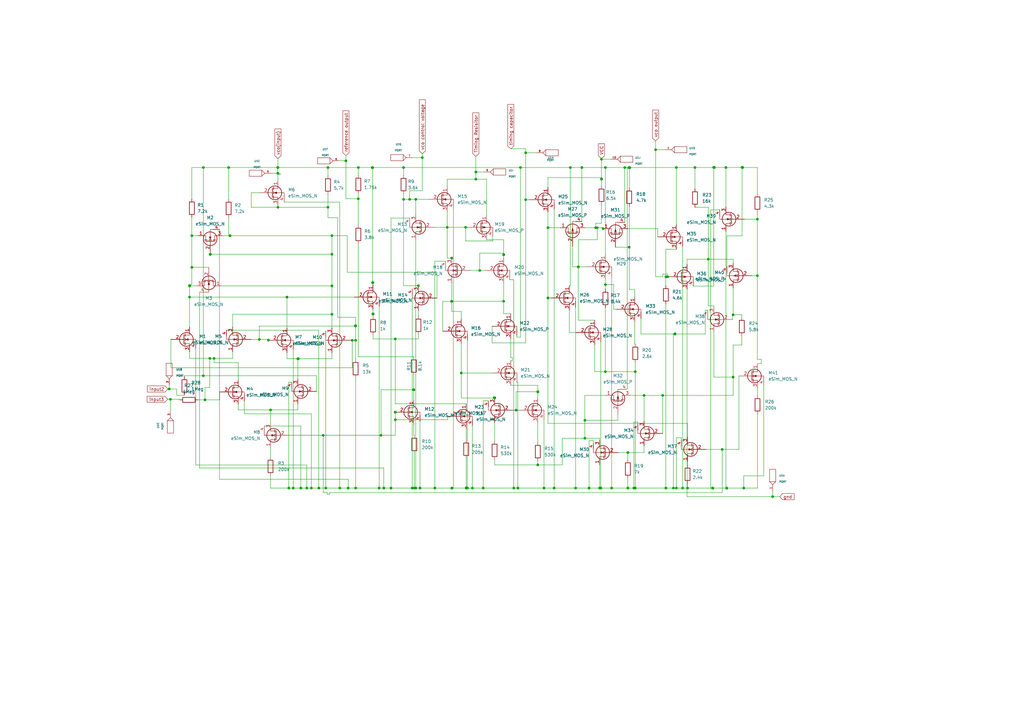
<source format=kicad_sch>
(kicad_sch (version 20211123) (generator eeschema)
  (paper "A3")
  (junction (at 248.3104 116.713))
  (junction (at 246.4308 200.1774))
  (junction (at 211.6836 168.2242))
  (junction (at 215.5952 81.915))
  (junction (at 304.3428 68.6562))
  (junction (at 145.8468 200.1774))
  (junction (at 239.8776 179.7558))
  (junction (at 173.228 64.643))
  (junction (at 305.054 200.1774))
  (junction (at 87.7824 146.9898))
  (junction (at 169.0624 200.1774))
  (junction (at 292.3032 200.1774))
  (junction (at 298.0436 200.1774))
  (junction (at 146.9644 68.707))
  (junction (at 258.2672 68.7578))
  (junction (at 122.174 147.1422))
  (junction (at 220.6244 160.7058))
  (junction (at 224.7392 93.3958))
  (junction (at 136.144 104.267))
  (junction (at 169.926 200.1774))
  (junction (at 258.0132 68.7578))
  (junction (at 244.9576 93.3958))
  (junction (at 227.2792 200.1774))
  (junction (at 189.1792 152.9842))
  (junction (at 113.9952 68.707))
  (junction (at 78.6892 109.6518))
  (junction (at 78.6892 96.647))
  (junction (at 160.3756 200.1774))
  (junction (at 170.5356 81.7626))
  (junction (at 212.3948 200.1774))
  (junction (at 165.5064 81.7626))
  (junction (at 130.7592 200.1774))
  (junction (at 152.8064 68.7578))
  (junction (at 185.3184 200.1774))
  (junction (at 260.5532 200.1774))
  (junction (at 162.1028 169.037))
  (junction (at 191.262 200.1266))
  (junction (at 236.0676 200.1774))
  (junction (at 247.3452 93.7514))
  (junction (at 167.9956 81.7626))
  (junction (at 86.2076 104.267))
  (junction (at 145.8468 133.6294))
  (junction (at 300.6852 129.1082))
  (junction (at 281.9908 200.1774))
  (junction (at 316.8904 203.6826))
  (junction (at 152.7556 68.707))
  (junction (at 195.1736 73.4822))
  (junction (at 239.8776 172.3898))
  (junction (at 86.2584 104.267))
  (junction (at 69.9008 163.7538))
  (junction (at 77.7748 117.2718))
  (junction (at 304.546 68.6562))
  (junction (at 145.8468 139.573))
  (junction (at 145.796 133.6294))
  (junction (at 271.78 162.179))
  (junction (at 152.7556 68.7578))
  (junction (at 185.3184 200.2282))
  (junction (at 292.9636 68.6562))
  (junction (at 110.9472 168.1226))
  (junction (at 248.3104 152.4254))
  (junction (at 233.934 68.707))
  (junction (at 296.2148 184.3278))
  (junction (at 155.4988 200.1774))
  (junction (at 259.9944 200.1774))
  (junction (at 113.9444 71.0438))
  (junction (at 258.064 68.7578))
  (junction (at 276.8092 136.9314))
  (junction (at 257.5052 200.1774))
  (junction (at 170.5356 200.1774))
  (junction (at 152.8064 115.9002))
  (junction (at 132.5372 178.5366))
  (junction (at 133.604 200.1774))
  (junction (at 276.1996 200.1774))
  (junction (at 310.642 89.8906))
  (junction (at 206.5528 123.571))
  (junction (at 220.5736 160.7058))
  (junction (at 244.2972 93.3958))
  (junction (at 153.0096 128.7526))
  (junction (at 106.3752 139.2174))
  (junction (at 241.6048 200.1774))
  (junction (at 256.2352 68.707))
  (junction (at 169.672 159.8422))
  (junction (at 277.4188 68.707))
  (junction (at 122.2756 147.1422))
  (junction (at 136.144 96.647))
  (junction (at 258.064 101.3714))
  (junction (at 246.7356 73.4314))
  (junction (at 120.2436 200.1774))
  (junction (at 169.7228 159.8422))
  (junction (at 210.7184 200.1774))
  (junction (at 237.1852 109.4486))
  (junction (at 146.9644 81.5086))
  (junction (at 190.9572 93.2434))
  (junction (at 198.1708 200.1774))
  (junction (at 248.3104 68.707))
  (junction (at 215.5952 62.6618))
  (junction (at 136.144 117.2718))
  (junction (at 285.0388 68.707))
  (junction (at 125.8316 200.1774))
  (junction (at 237.236 109.4486))
  (junction (at 142.7988 200.1774))
  (junction (at 86.2076 104.3686))
  (junction (at 152.9588 115.9002))
  (junction (at 223.1136 200.1774))
  (junction (at 310.642 113.0554))
  (junction (at 245.9228 200.1774))
  (junction (at 273.1008 113.5126))
  (junction (at 162.1536 169.0878))
  (junction (at 279.9588 200.1774))
  (junction (at 300.6852 154.6606))
  (junction (at 183.4388 93.2434))
  (junction (at 178.3588 200.1774))
  (junction (at 127.7112 200.1774))
  (junction (at 246.6848 65.3034))
  (junction (at 86.0552 146.9898))
  (junction (at 94.3356 96.647))
  (junction (at 273.812 113.5126))
  (junction (at 185.2676 105.8418))
  (junction (at 123.3932 200.1774))
  (junction (at 94.3356 96.6978))
  (junction (at 268.8844 61.3918))
  (junction (at 290.5252 106.299))
  (junction (at 260.5532 152.4254))
  (junction (at 206.6036 104.4702))
  (junction (at 246.6848 73.4314))
  (junction (at 110.0836 139.5222))
  (junction (at 185.2168 123.571))
  (junction (at 191.2112 200.1266))
  (junction (at 238.6584 68.707))
  (junction (at 171.6024 117.1702))
  (junction (at 113.9952 85.0138))
  (junction (at 196.7484 110.9218))
  (junction (at 292.3032 200.2282))
  (junction (at 134.5184 68.707))
  (junction (at 277.4188 200.1774))
  (junction (at 162.1028 139.0142))
  (junction (at 202.8444 163.2458))
  (junction (at 191.262 200.1774))
  (junction (at 77.7748 117.1194))
  (junction (at 169.672 159.893))
  (junction (at 292.7096 68.6562))
  (junction (at 191.7192 200.1774))
  (junction (at 77.724 117.1194))
  (junction (at 276.8092 136.9822))
  (junction (at 297.7388 68.707))
  (junction (at 250.8504 200.1774))
  (junction (at 202.8444 163.0934))
  (junction (at 202.7428 163.0934))
  (junction (at 162.1536 172.1358))
  (junction (at 195.1736 70.5358))
  (junction (at 136.144 128.905))
  (junction (at 172.2628 200.1774))
  (junction (at 220.5736 190.6778))
  (junction (at 83.4136 154.1018))
  (junction (at 304.546 68.707))
  (junction (at 213.4616 68.707))
  (junction (at 139.3444 200.1774))
  (junction (at 144.4752 139.573))
  (junction (at 224.7392 122.1994))
  (junction (at 134.5184 85.0138))
  (junction (at 273.1008 200.1774))
  (junction (at 165.5064 68.707))
  (junction (at 84.074 164.0078))
  (junction (at 264.16 162.179))
  (junction (at 113.9444 68.707))
  (junction (at 156.2608 178.5366))
  (junction (at 69.3928 159.5374))
  (junction (at 93.7768 68.707))
  (junction (at 206.5528 104.4702))
  (junction (at 257.5052 185.5978))
  (junction (at 152.9588 128.7526))
  (junction (at 258.0132 68.707))
  (junction (at 193.7512 200.1774))
  (junction (at 157.4292 200.1774))
  (junction (at 202.8444 163.1442))
  (junction (at 185.2676 123.6218))
  (junction (at 122.2756 147.0914))
  (junction (at 77.724 121.8438))
  (junction (at 117.7036 121.8438))
  (junction (at 83.4136 68.707))
  (junction (at 141.8844 65.9638))
  (junction (at 292.9636 68.707))
  (junction (at 298.0436 200.2282))
  (junction (at 118.4656 200.1774))
  (junction (at 145.796 133.731))
  (wire (pts (xy 136.144 117.2718) (xy 136.144 128.905)))
  (wire (pts (xy 169.7228 153.9494) (xy 169.7228 159.8422)))
  (wire (pts (xy 134.1628 202.6666) (xy 135.2804 202.6666)))
  (wire (pts (xy 300.4312 131.0386) (xy 300.4312 129.1082)))
  (wire (pts (xy 281.7876 203.6826) (xy 316.8904 203.6826)))
  (wire (pts (xy 134.5184 85.0138) (xy 134.5184 89.281)))
  (wire (pts (xy 295.1988 86.0806) (xy 291.4904 86.0806)))
  (wire (pts (xy 146.9644 68.707) (xy 152.7556 68.707)))
  (wire (pts (xy 258.064 68.7578) (xy 258.0132 68.7578)))
  (wire (pts (xy 77.7748 117.1194) (xy 77.724 117.1194)))
  (wire (pts (xy 239.8776 172.3898) (xy 239.8776 179.7558)))
  (wire (pts (xy 243.8908 131.2926) (xy 237.1852 131.2926)))
  (wire (pts (xy 142.7988 200.1774) (xy 145.8468 200.1774)))
  (wire (pts (xy 233.5276 127.2794) (xy 233.5276 136.3726)))
  (wire (pts (xy 273.1008 113.5126) (xy 273.1008 117.1194)))
  (wire (pts (xy 272.8468 61.3918) (xy 268.8844 61.3918)))
  (wire (pts (xy 291.4904 86.0806) (xy 291.4904 200.2282)))
  (wire (pts (xy 122.2756 147.1422) (xy 122.2756 147.0914)))
  (wire (pts (xy 170.5356 98.3234) (xy 170.5356 200.1774)))
  (wire (pts (xy 157.4292 200.1774) (xy 160.3756 200.1774)))
  (wire (pts (xy 291.4904 200.2282) (xy 292.3032 200.2282)))
  (wire (pts (xy 167.9956 89.4334) (xy 160.3756 89.4334)))
  (wire (pts (xy 191.7192 200.1774) (xy 193.7512 200.1774)))
  (wire (pts (xy 260.5532 148.717) (xy 260.5532 152.4254)))
  (wire (pts (xy 146.9644 99.949) (xy 146.9644 146.3294)))
  (wire (pts (xy 156.2608 159.893) (xy 169.672 159.893)))
  (wire (pts (xy 257.5052 196.1642) (xy 257.5052 200.1774)))
  (wire (pts (xy 195.1736 73.4822) (xy 199.5424 73.4822)))
  (wire (pts (xy 183.5912 172.1358) (xy 162.1536 172.1358)))
  (wire (pts (xy 310.642 113.0554) (xy 310.642 147.3962)))
  (wire (pts (xy 69.9008 163.7538) (xy 73.66 163.7538)))
  (wire (pts (xy 210.1596 146.6342) (xy 210.1596 147.9042)))
  (wire (pts (xy 198.1708 164.4142) (xy 198.1708 200.1774)))
  (wire (pts (xy 90.0176 196.5706) (xy 142.7988 196.5706)))
  (wire (pts (xy 141.8844 65.9638) (xy 141.8844 81.5086)))
  (wire (pts (xy 300.6852 141.5034) (xy 300.6852 154.6606)))
  (wire (pts (xy 248.3612 162.179) (xy 239.8776 162.179)))
  (wire (pts (xy 206.5528 116.0018) (xy 206.5528 123.571)))
  (wire (pts (xy 243.8908 141.4526) (xy 243.8908 152.4254)))
  (wire (pts (xy 142.3924 96.647) (xy 142.3924 111.633)))
  (wire (pts (xy 209.4992 158.0642) (xy 220.6244 158.0642)))
  (wire (pts (xy 246.4308 140.1826) (xy 246.4308 200.1774)))
  (wire (pts (xy 273.1008 113.5126) (xy 273.812 113.5126)))
  (wire (pts (xy 202.8444 188.5442) (xy 202.8444 190.6778)))
  (wire (pts (xy 262.89 130.6322) (xy 262.89 136.9822)))
  (wire (pts (xy 132.5372 178.5366) (xy 156.2608 178.5366)))
  (wire (pts (xy 296.2148 184.3278) (xy 303.0728 184.3278)))
  (wire (pts (xy 80.264 143.0274) (xy 80.264 190.7286)))
  (wire (pts (xy 165.5064 68.707) (xy 213.4616 68.707)))
  (wire (pts (xy 281.9908 200.1774) (xy 292.3032 200.1774)))
  (wire (pts (xy 213.4616 68.707) (xy 233.934 68.707)))
  (wire (pts (xy 173.228 63.0174) (xy 173.228 64.643)))
  (wire (pts (xy 136.144 128.905) (xy 136.144 134.493)))
  (wire (pts (xy 160.3756 200.1774) (xy 169.0624 200.1774)))
  (wire (pts (xy 190.9572 98.8314) (xy 190.9572 93.2434)))
  (wire (pts (xy 152.7556 68.707) (xy 165.5064 68.707)))
  (wire (pts (xy 276.1996 136.9314) (xy 276.8092 136.9314)))
  (wire (pts (xy 259.9944 173.101) (xy 259.9944 200.1774)))
  (wire (pts (xy 308.3052 113.0554) (xy 310.642 113.0554)))
  (wire (pts (xy 189.1792 140.8938) (xy 189.1792 152.9842)))
  (wire (pts (xy 304.2412 137.7442) (xy 304.2412 141.5034)))
  (wire (pts (xy 285.0388 77.3938) (xy 285.0388 68.707)))
  (wire (pts (xy 68.834 159.5374) (xy 69.3928 159.5374)))
  (wire (pts (xy 276.8092 136.9314) (xy 276.8092 136.9822)))
  (wire (pts (xy 69.3928 159.5374) (xy 72.4408 159.5374)))
  (wire (pts (xy 201.8284 140.6398) (xy 215.5952 140.6398)))
  (wire (pts (xy 199.5424 73.4822) (xy 199.5424 88.1634)))
  (wire (pts (xy 201.8792 152.9842) (xy 189.1792 152.9842)))
  (wire (pts (xy 209.4484 138.8618) (xy 209.4484 146.6342)))
  (wire (pts (xy 196.7484 103.8098) (xy 206.6036 103.8098)))
  (wire (pts (xy 183.4388 93.2434) (xy 190.9572 93.2434)))
  (wire (pts (xy 85.6488 109.6518) (xy 78.6892 109.6518)))
  (wire (pts (xy 210.4644 168.2242) (xy 211.6836 168.2242)))
  (wire (pts (xy 86.2584 104.267) (xy 86.2076 104.267)))
  (wire (pts (xy 224.7392 93.3958) (xy 224.7392 122.1994)))
  (wire (pts (xy 83.4136 68.707) (xy 93.7768 68.707)))
  (wire (pts (xy 162.1536 169.037) (xy 162.1028 169.037)))
  (wire (pts (xy 77.7748 117.2718) (xy 77.7748 117.1194)))
  (wire (pts (xy 191.2112 188.0362) (xy 191.2112 200.1266)))
  (wire (pts (xy 152.9588 126.9238) (xy 152.9588 128.7526)))
  (wire (pts (xy 246.6848 83.8962) (xy 246.6848 91.567)))
  (wire (pts (xy 118.4656 200.1774) (xy 120.2436 200.1774)))
  (wire (pts (xy 167.9956 81.7626) (xy 170.5356 81.7626)))
  (wire (pts (xy 310.642 89.8906) (xy 310.642 113.0554)))
  (wire (pts (xy 253.4412 169.799) (xy 253.4412 172.3898)))
  (wire (pts (xy 304.546 68.707) (xy 310.642 68.707)))
  (wire (pts (xy 145.796 133.6294) (xy 145.8468 133.6294)))
  (wire (pts (xy 206.5528 98.3234) (xy 206.5528 104.4702)))
  (wire (pts (xy 210.1596 147.9042) (xy 209.4992 147.9042)))
  (wire (pts (xy 212.0392 156.7942) (xy 212.3948 156.7942)))
  (wire (pts (xy 230.632 179.7558) (xy 239.8776 179.7558)))
  (wire (pts (xy 298.0436 200.2282) (xy 298.0436 200.1774)))
  (wire (pts (xy 264.16 162.179) (xy 271.78 162.179)))
  (wire (pts (xy 87.7824 146.9898) (xy 95.4024 146.9898)))
  (wire (pts (xy 165.5064 81.7626) (xy 167.9956 81.7626)))
  (wire (pts (xy 261.62 173.101) (xy 259.9944 173.101)))
  (wire (pts (xy 271.78 162.179) (xy 300.6852 162.179)))
  (wire (pts (xy 300.6852 107.9754) (xy 300.6852 106.299)))
  (wire (pts (xy 95.4024 134.1374) (xy 95.4024 128.905)))
  (wire (pts (xy 279.4508 179.5526) (xy 277.4188 179.5526)))
  (wire (pts (xy 224.7392 173.6598) (xy 281.9908 173.6598)))
  (wire (pts (xy 316.8904 201.3966) (xy 316.8904 203.6826)))
  (wire (pts (xy 157.4292 191.9478) (xy 157.4292 200.1774)))
  (wire (pts (xy 223.1136 200.1774) (xy 227.2792 200.1774)))
  (wire (pts (xy 239.8776 172.3898) (xy 253.4412 172.3898)))
  (wire (pts (xy 313.2328 158.0134) (xy 313.2328 195.199)))
  (wire (pts (xy 171.6024 117.1702) (xy 171.6532 117.1702)))
  (wire (pts (xy 113.9444 68.707) (xy 113.9444 71.0438)))
  (wire (pts (xy 113.9952 64.9986) (xy 113.9952 68.707)))
  (wire (pts (xy 116.5352 82.8802) (xy 139.3444 82.8802)))
  (wire (pts (xy 279.9588 200.1774) (xy 281.9908 200.1774)))
  (wire (pts (xy 316.8904 203.6826) (xy 319.8368 203.6826)))
  (wire (pts (xy 138.4808 89.281) (xy 138.4808 130.1242)))
  (wire (pts (xy 279.9588 100.965) (xy 279.9588 200.1774)))
  (wire (pts (xy 167.9956 78.2066) (xy 167.9956 81.7626)))
  (wire (pts (xy 169.0624 200.1774) (xy 169.926 200.1774)))
  (wire (pts (xy 103.0732 79.0702) (xy 103.0732 85.0138)))
  (wire (pts (xy 246.6848 91.567) (xy 244.2972 91.567)))
  (wire (pts (xy 247.3452 93.3958) (xy 247.3452 93.7514)))
  (wire (pts (xy 236.0676 126.0094) (xy 236.0676 200.1774)))
  (wire (pts (xy 185.2676 123.6218) (xy 185.2676 127.7366)))
  (wire (pts (xy 260.5532 152.4254) (xy 260.5532 200.1774)))
  (wire (pts (xy 224.7392 86.995) (xy 224.7392 93.3958)))
  (wire (pts (xy 297.7388 200.2282) (xy 298.0436 200.2282)))
  (wire (pts (xy 169.164 64.643) (xy 173.228 64.643)))
  (wire (pts (xy 248.3104 104.3686) (xy 248.3104 68.707)))
  (wire (pts (xy 233.934 117.1194) (xy 233.934 68.707)))
  (wire (pts (xy 153.0096 137.3886) (xy 153.0096 139.0142)))
  (wire (pts (xy 118.4656 156.7434) (xy 118.4656 200.1774)))
  (wire (pts (xy 113.9952 68.707) (xy 134.5184 68.707)))
  (wire (pts (xy 110.9472 183.6166) (xy 110.9472 187.4774)))
  (wire (pts (xy 220.5736 190.6778) (xy 230.632 190.6778)))
  (wire (pts (xy 259.9944 200.1774) (xy 260.5532 200.1774)))
  (wire (pts (xy 165.5064 71.9074) (xy 165.5064 68.707)))
  (wire (pts (xy 281.9908 173.6598) (xy 281.9908 179.2478)))
  (wire (pts (xy 106.3752 139.2174) (xy 110.1852 139.2174)))
  (wire (pts (xy 313.2328 195.199) (xy 305.054 195.199)))
  (wire (pts (xy 297.7388 68.707) (xy 304.546 68.707)))
  (wire (pts (xy 169.926 200.1774) (xy 170.5356 200.1774)))
  (wire (pts (xy 290.5252 125.4506) (xy 292.8112 125.4506)))
  (wire (pts (xy 165.5064 117.1702) (xy 171.6024 117.1702)))
  (wire (pts (xy 73.66 163.7538) (xy 73.66 164.0078)))
  (wire (pts (xy 277.4188 68.707) (xy 285.0388 68.707)))
  (wire (pts (xy 248.3104 126.2126) (xy 248.3104 152.4254)))
  (wire (pts (xy 169.7228 159.8422) (xy 169.7228 163.957)))
  (wire (pts (xy 202.8444 173.3042) (xy 202.8444 180.9242)))
  (wire (pts (xy 139.3444 82.8802) (xy 139.3444 200.1774)))
  (wire (pts (xy 169.7228 178.4858) (xy 169.926 178.4858)))
  (wire (pts (xy 142.7988 196.5706) (xy 142.7988 200.1774)))
  (wire (pts (xy 199.5424 98.3234) (xy 206.5528 98.3234)))
  (wire (pts (xy 86.2584 104.267) (xy 136.144 104.267)))
  (wire (pts (xy 113.9952 84.1502) (xy 113.9952 85.0138)))
  (wire (pts (xy 237.1852 131.2926) (xy 237.1852 109.4486)))
  (wire (pts (xy 217.1192 81.915) (xy 215.5952 81.915)))
  (wire (pts (xy 189.1792 163.2458) (xy 202.8444 163.2458)))
  (wire (pts (xy 196.7484 103.8098) (xy 196.7484 110.9218)))
  (wire (pts (xy 86.0552 158.9278) (xy 86.0552 146.9898)))
  (wire (pts (xy 152.8064 68.7578) (xy 152.7556 68.7578)))
  (wire (pts (xy 211.6836 168.2242) (xy 212.9536 168.2242)))
  (wire (pts (xy 152.8064 115.9002) (xy 152.9588 115.9002)))
  (wire (pts (xy 129.794 154.1018) (xy 129.794 160.5534)))
  (wire (pts (xy 134.5184 68.707) (xy 146.9644 68.707)))
  (wire (pts (xy 125.8316 200.1774) (xy 127.7112 200.1774)))
  (wire (pts (xy 209.0928 114.7318) (xy 210.7184 114.7318)))
  (wire (pts (xy 262.89 136.9822) (xy 276.8092 136.9822)))
  (wire (pts (xy 93.7768 68.707) (xy 113.9444 68.707)))
  (wire (pts (xy 136.144 96.647) (xy 142.3924 96.647)))
  (wire (pts (xy 292.3032 200.2282) (xy 292.3032 200.1774)))
  (wire (pts (xy 153.0096 139.0142) (xy 162.1028 139.0142)))
  (wire (pts (xy 77.724 116.7638) (xy 77.724 117.1194)))
  (wire (pts (xy 243.8908 152.4254) (xy 248.3104 152.4254)))
  (wire (pts (xy 135.2804 202.0062) (xy 296.2148 202.0062)))
  (wire (pts (xy 276.1996 200.1774) (xy 277.4188 200.1774)))
  (wire (pts (xy 241.6048 180.721) (xy 241.6048 200.1774)))
  (wire (pts (xy 269.7988 93.7514) (xy 269.7988 97.155)))
  (wire (pts (xy 290.5252 85.0138) (xy 290.5252 106.299)))
  (wire (pts (xy 209.4992 61.0362) (xy 215.5952 61.0362)))
  (wire (pts (xy 260.35 118.745) (xy 258.064 118.745)))
  (wire (pts (xy 86.0552 146.9898) (xy 87.7824 146.9898)))
  (wire (pts (xy 123.3932 174.7266) (xy 123.3932 200.1774)))
  (wire (pts (xy 310.6928 159.2834) (xy 310.6928 162.2298)))
  (wire (pts (xy 198.5264 70.5358) (xy 195.1736 70.5358)))
  (wire (pts (xy 310.642 68.707) (xy 310.642 79.4766)))
  (wire (pts (xy 78.6892 68.707) (xy 78.6892 81.5594)))
  (wire (pts (xy 210.7184 114.7318) (xy 210.7184 200.1774)))
  (wire (pts (xy 173.228 64.643) (xy 173.228 78.2066)))
  (wire (pts (xy 172.2628 172.847) (xy 172.2628 200.1774)))
  (wire (pts (xy 243.3828 181.7878) (xy 243.3828 180.721)))
  (wire (pts (xy 78.6892 96.647) (xy 78.6892 109.6518)))
  (wire (pts (xy 113.9444 68.707) (xy 113.9952 68.707)))
  (wire (pts (xy 68.7324 163.7538) (xy 69.9008 163.7538)))
  (wire (pts (xy 133.604 135.763) (xy 133.604 200.1774)))
  (wire (pts (xy 292.8112 125.4506) (xy 292.8112 125.9586)))
  (wire (pts (xy 312.2676 149.1234) (xy 310.6928 149.1234)))
  (wire (pts (xy 127.7112 169.7482) (xy 127.7112 200.1774)))
  (wire (pts (xy 114.8588 71.0438) (xy 113.9444 71.0438)))
  (wire (pts (xy 143.764 139.573) (xy 144.4752 139.573)))
  (wire (pts (xy 224.7392 72.8218) (xy 246.7356 72.8218)))
  (wire (pts (xy 165.5064 81.7626) (xy 165.5064 117.1702)))
  (wire (pts (xy 191.262 200.1774) (xy 191.7192 200.1774)))
  (wire (pts (xy 246.4308 200.1774) (xy 250.8504 200.1774)))
  (wire (pts (xy 97.6884 148.7678) (xy 87.7824 148.7678)))
  (wire (pts (xy 300.6852 129.1082) (xy 304.2412 129.1082)))
  (wire (pts (xy 170.5356 200.1774) (xy 172.2628 200.1774)))
  (wire (pts (xy 244.9576 98.3234) (xy 244.9576 93.3958)))
  (wire (pts (xy 209.4484 128.7018) (xy 206.5528 128.7018)))
  (wire (pts (xy 122.174 155.4734) (xy 122.174 147.1422)))
  (wire (pts (xy 200.3044 164.4142) (xy 198.1708 164.4142)))
  (wire (pts (xy 185.2676 116.0018) (xy 185.2676 123.6218)))
  (wire (pts (xy 297.7388 84.8106) (xy 297.7388 68.707)))
  (wire (pts (xy 94.3356 96.6978) (xy 94.3356 96.647)))
  (wire (pts (xy 183.4388 73.4822) (xy 195.1736 73.4822)))
  (wire (pts (xy 211.9884 138.2522) (xy 213.4616 138.2522)))
  (wire (pts (xy 258.5212 162.179) (xy 264.16 162.179)))
  (wire (pts (xy 179.2224 122.2502) (xy 179.2224 111.633)))
  (wire (pts (xy 257.5052 188.5442) (xy 257.5052 185.5978)))
  (wire (pts (xy 77.724 121.8438) (xy 77.724 134.1374)))
  (wire (pts (xy 271.78 177.7746) (xy 271.78 162.179)))
  (wire (pts (xy 165.5064 79.5274) (xy 165.5064 81.7626)))
  (wire (pts (xy 198.1708 200.1774) (xy 210.7184 200.1774)))
  (wire (pts (xy 258.064 77.089) (xy 258.064 68.7578)))
  (wire (pts (xy 289.6108 184.3278) (xy 296.2148 184.3278)))
  (wire (pts (xy 252.73 126.8222) (xy 251.6632 126.8222)))
  (wire (pts (xy 155.4988 125.6538) (xy 155.4988 200.1774)))
  (wire (pts (xy 246.7356 72.8218) (xy 246.7356 73.4314)))
  (wire (pts (xy 230.632 179.7558) (xy 230.632 190.6778)))
  (wire (pts (xy 227.2792 200.1774) (xy 236.0676 200.1774)))
  (wire (pts (xy 191.262 200.1266) (xy 191.262 200.1774)))
  (wire (pts (xy 191.7192 139.6238) (xy 191.7192 200.1774)))
  (wire (pts (xy 243.3828 180.721) (xy 241.6048 180.721)))
  (wire (pts (xy 256.2352 68.707) (xy 256.2352 91.2114)))
  (wire (pts (xy 144.4752 150.7998) (xy 144.4752 139.573)))
  (wire (pts (xy 134.5184 79.6798) (xy 134.5184 85.0138)))
  (wire (pts (xy 145.8468 200.1774) (xy 155.4988 200.1774)))
  (wire (pts (xy 268.8844 61.3918) (xy 268.8844 113.5126)))
  (wire (pts (xy 257.5052 200.1774) (xy 259.9944 200.1774)))
  (wire (pts (xy 209.4484 146.6342) (xy 210.1596 146.6342)))
  (wire (pts (xy 312.2676 147.3962) (xy 312.2676 149.1234)))
  (wire (pts (xy 136.144 147.0914) (xy 136.144 144.653)))
  (wire (pts (xy 119.634 156.7434) (xy 118.4656 156.7434)))
  (wire (pts (xy 162.1028 139.0142) (xy 162.1028 165.6334)))
  (wire (pts (xy 198.9328 110.9218) (xy 196.7484 110.9218)))
  (wire (pts (xy 246.7356 73.4314) (xy 246.6848 73.4314)))
  (wire (pts (xy 108.4072 174.7266) (xy 123.3932 174.7266)))
  (wire (pts (xy 233.5276 117.1194) (xy 233.934 117.1194)))
  (wire (pts (xy 258.0132 68.707) (xy 277.4188 68.707)))
  (wire (pts (xy 144.4752 139.573) (xy 145.8468 139.573)))
  (wire (pts (xy 211.6836 160.7058) (xy 220.5736 160.7058)))
  (wire (pts (xy 77.724 144.2974) (xy 77.724 146.9898)))
  (wire (pts (xy 303.0728 154.2034) (xy 303.0728 184.3278)))
  (wire (pts (xy 113.9952 71.6534) (xy 114.8588 71.6534)))
  (wire (pts (xy 134.5184 72.0598) (xy 134.5184 68.707)))
  (wire (pts (xy 190.9572 93.2434) (xy 191.9224 93.2434)))
  (wire (pts (xy 84.074 164.0078) (xy 90.0684 164.0078)))
  (wire (pts (xy 106.3752 133.731) (xy 145.796 133.731)))
  (wire (pts (xy 117.7036 144.6022) (xy 117.7036 147.0914)))
  (wire (pts (xy 195.1736 64.135) (xy 195.1736 70.5358)))
  (wire (pts (xy 279.4508 180.5178) (xy 279.4508 179.5526)))
  (wire (pts (xy 156.2608 178.5366) (xy 162.1536 178.5366)))
  (wire (pts (xy 251.6632 126.8222) (xy 251.6632 116.713)))
  (wire (pts (xy 185.9788 85.5726) (xy 185.9788 200.2282)))
  (wire (pts (xy 215.5952 81.915) (xy 215.5952 140.6398)))
  (wire (pts (xy 273.1008 102.235) (xy 273.1008 113.5126)))
  (wire (pts (xy 193.7512 200.1774) (xy 198.1708 200.1774)))
  (wire (pts (xy 245.9228 200.1774) (xy 246.4308 200.1774)))
  (wire (pts (xy 72.4408 162.0774) (xy 75.6412 162.0774)))
  (wire (pts (xy 94.3356 96.647) (xy 136.144 96.647)))
  (wire (pts (xy 251.6632 116.713) (xy 248.3104 116.713)))
  (wire (pts (xy 134.1628 201.9554) (xy 134.1628 202.6666)))
  (wire (pts (xy 210.7184 200.1774) (xy 212.3948 200.1774)))
  (wire (pts (xy 183.5912 170.7134) (xy 183.5912 172.1358)))
  (wire (pts (xy 136.144 104.267) (xy 136.144 117.2718)))
  (wire (pts (xy 77.724 117.1194) (xy 77.724 121.8438)))
  (wire (pts (xy 237.236 109.4486) (xy 240.6904 109.4486)))
  (wire (pts (xy 171.6024 137.2362) (xy 171.6024 139.0142)))
  (wire (pts (xy 192.8876 110.9218) (xy 196.7484 110.9218)))
  (wire (pts (xy 138.4808 130.1242) (xy 145.8468 130.1242)))
  (wire (pts (xy 234.8484 101.0158) (xy 234.8484 109.4486)))
  (wire (pts (xy 92.8624 135.4074) (xy 130.7592 135.4074)))
  (wire (pts (xy 281.7876 106.299) (xy 290.5252 106.299)))
  (wire (pts (xy 246.6848 65.3034) (xy 246.6848 73.4314)))
  (wire (pts (xy 110.9472 200.1774) (xy 118.4656 200.1774)))
  (wire (pts (xy 185.9788 200.2282) (xy 185.3184 200.2282)))
  (wire (pts (xy 80.5688 117.2718) (xy 77.7748 117.2718)))
  (wire (pts (xy 212.3948 156.7942) (xy 212.3948 200.1774)))
  (wire (pts (xy 234.8484 109.4486) (xy 237.1852 109.4486)))
  (wire (pts (xy 169.926 186.1058) (xy 169.926 200.1774)))
  (wire (pts (xy 78.6892 109.6518) (xy 78.6892 116.7638)))
  (wire (pts (xy 95.4024 128.905) (xy 136.144 128.905)))
  (wire (pts (xy 70.104 150.7998) (xy 144.4752 150.7998)))
  (wire (pts (xy 281.7876 108.4326) (xy 281.7876 106.299)))
  (wire (pts (xy 110.1852 139.2174) (xy 110.1852 139.5222)))
  (wire (pts (xy 183.4388 76.6826) (xy 183.4388 73.4822)))
  (wire (pts (xy 290.5252 106.299) (xy 300.6852 106.299)))
  (wire (pts (xy 304.3428 96.7486) (xy 304.3428 68.6562)))
  (wire (pts (xy 273.812 113.5126) (xy 274.1676 113.5126)))
  (wire (pts (xy 133.604 200.1774) (xy 139.3444 200.1774)))
  (wire (pts (xy 193.7512 174.5234) (xy 193.7512 200.1774)))
  (wire (pts (xy 111.1504 71.0438) (xy 113.9444 71.0438)))
  (wire (pts (xy 246.6848 73.4314) (xy 246.6848 76.2762)))
  (wire (pts (xy 141.8844 63.7794) (xy 141.8844 65.9638)))
  (wire (pts (xy 189.1792 127.7366) (xy 185.2676 127.7366)))
  (wire (pts (xy 93.7768 89.281) (xy 93.7768 96.6978)))
  (wire (pts (xy 122.2756 147.0914) (xy 136.144 147.0914)))
  (wire (pts (xy 93.7768 68.707) (xy 93.7768 81.661)))
  (wire (pts (xy 250.8504 200.1774) (xy 257.5052 200.1774)))
  (wire (pts (xy 86.2076 104.267) (xy 86.2076 104.3686)))
  (wire (pts (xy 145.796 133.731) (xy 145.796 133.6294)))
  (wire (pts (xy 277.4188 102.235) (xy 273.1008 102.235)))
  (wire (pts (xy 97.6884 155.6766) (xy 97.6884 148.7678)))
  (wire (pts (xy 202.8444 190.6778) (xy 220.5736 190.6778)))
  (wire (pts (xy 206.5528 123.571) (xy 185.2168 123.571)))
  (wire (pts (xy 257.5052 93.7514) (xy 269.7988 93.7514)))
  (wire (pts (xy 185.2676 105.8418) (xy 185.3184 105.8418)))
  (wire (pts (xy 304.2412 129.1082) (xy 304.2412 130.1242)))
  (wire (pts (xy 146.9644 71.8058) (xy 146.9644 68.707)))
  (wire (pts (xy 213.4616 138.2522) (xy 213.4616 68.707)))
  (wire (pts (xy 106.3752 79.0702) (xy 103.0732 79.0702)))
  (wire (pts (xy 304.2412 141.5034) (xy 300.6852 141.5034)))
  (wire (pts (xy 202.7428 163.0934) (xy 202.8444 163.0934)))
  (wire (pts (xy 110.1852 139.5222) (xy 110.0836 139.5222)))
  (wire (pts (xy 300.6852 154.6606) (xy 300.6852 162.179)))
  (wire (pts (xy 290.5252 106.299) (xy 290.5252 125.4506)))
  (wire (pts (xy 189.1792 130.7338) (xy 189.1792 127.7366)))
  (wire (pts (xy 191.2112 175.7934) (xy 191.2112 180.4162)))
  (wire (pts (xy 202.8444 163.2458) (xy 202.8444 163.1442)))
  (wire (pts (xy 215.5952 61.0362) (xy 215.5952 62.6618)))
  (wire (pts (xy 145.8468 155.0162) (xy 145.8468 200.1774)))
  (wire (pts (xy 183.4388 93.2434) (xy 183.4388 105.8418)))
  (wire (pts (xy 277.4188 92.075) (xy 277.4188 68.707)))
  (wire (pts (xy 152.8064 115.9002) (xy 152.8064 68.7578)))
  (wire (pts (xy 135.2804 202.6666) (xy 135.2804 202.0062)))
  (wire (pts (xy 75.6412 154.1018) (xy 83.4136 154.1018)))
  (wire (pts (xy 253.5428 185.5978) (xy 257.5052 185.5978)))
  (wire (pts (xy 257.5052 185.5978) (xy 264.16 185.5978)))
  (wire (pts (xy 268.8844 113.5126) (xy 271.8816 113.5126)))
  (wire (pts (xy 258.064 68.7578) (xy 258.2672 68.7578)))
  (wire (pts (xy 298.1452 109.2454) (xy 298.1452 96.7486)))
  (wire (pts (xy 120.2436 200.1774) (xy 123.3932 200.1774)))
  (wire (pts (xy 211.9884 137.5918) (xy 211.9884 138.2522)))
  (wire (pts (xy 224.7392 76.835) (xy 224.7392 72.8218)))
  (wire (pts (xy 220.5736 173.3042) (xy 220.5736 181.4322)))
  (wire (pts (xy 95.4024 146.9898) (xy 95.4024 144.2974)))
  (wire (pts (xy 215.5952 62.6618) (xy 215.5952 81.915)))
  (wire (pts (xy 305.3588 89.8906) (xy 310.642 89.8906)))
  (wire (pts (xy 160.3756 89.4334) (xy 160.3756 200.1774)))
  (wire (pts (xy 90.7288 117.2718) (xy 136.144 117.2718)))
  (wire (pts (xy 310.6928 169.8498) (xy 310.6928 200.1774)))
  (wire (pts (xy 145.8468 130.1242) (xy 145.8468 133.6294)))
  (wire (pts (xy 281.9908 189.4078) (xy 281.9908 190.7286)))
  (wire (pts (xy 171.6024 127.3302) (xy 171.6024 129.6162)))
  (wire (pts (xy 172.2628 200.1774) (xy 178.3588 200.1774)))
  (wire (pts (xy 273.1008 124.7394) (xy 273.1008 200.1774)))
  (wire (pts (xy 271.8816 112.395) (xy 273.812 112.395)))
  (wire (pts (xy 292.8112 136.1186) (xy 292.8112 154.6606)))
  (wire (pts (xy 122.174 168.1226) (xy 122.174 165.6334)))
  (wire (pts (xy 297.7388 94.9706) (xy 297.7388 200.2282)))
  (wire (pts (xy 248.3104 116.713) (xy 248.3104 118.5926)))
  (wire (pts (xy 268.8844 57.785) (xy 268.8844 61.3918)))
  (wire (pts (xy 170.5356 88.1634) (xy 170.5356 81.7626)))
  (wire (pts (xy 247.3452 93.7514) (xy 247.3452 93.8022)))
  (wire (pts (xy 170.5356 81.7626) (xy 175.8188 81.7626)))
  (wire (pts (xy 305.054 200.1774) (xy 310.6928 200.1774)))
  (wire (pts (xy 72.4408 159.5374) (xy 72.4408 162.0774)))
  (wire (pts (xy 117.7036 134.4422) (xy 117.7036 121.8438)))
  (wire (pts (xy 227.2792 85.725) (xy 227.2792 200.1774)))
  (wire (pts (xy 220.6244 158.0642) (xy 220.6244 160.7058)))
  (wire (pts (xy 250.8504 113.2586) (xy 250.8504 200.1774)))
  (wire (pts (xy 206.5528 104.4702) (xy 206.5528 105.8418)))
  (wire (pts (xy 84.074 164.0078) (xy 84.074 158.9278)))
  (wire (pts (xy 77.724 146.9898) (xy 86.0552 146.9898)))
  (wire (pts (xy 276.1996 136.9314) (xy 276.1996 200.1774)))
  (wire (pts (xy 195.1736 70.5358) (xy 195.1736 73.4822)))
  (wire (pts (xy 132.5372 201.9554) (xy 134.1628 201.9554)))
  (wire (pts (xy 153.0096 128.7526) (xy 153.0096 129.7686)))
  (wire (pts (xy 97.6884 168.1226) (xy 110.9472 168.1226)))
  (wire (pts (xy 260.35 141.097) (xy 260.5532 141.097)))
  (wire (pts (xy 146.9644 79.4258) (xy 146.9644 81.5086)))
  (wire (pts (xy 77.724 116.7638) (xy 78.6892 116.7638)))
  (wire (pts (xy 206.5528 123.571) (xy 206.5528 128.7018)))
  (wire (pts (xy 146.9644 146.3294) (xy 169.7228 146.3294)))
  (wire (pts (xy 185.3184 200.1774) (xy 191.262 200.1774)))
  (wire (pts (xy 300.6852 118.1354) (xy 300.6852 129.1082)))
  (wire (pts (xy 152.9588 116.7638) (xy 152.9588 115.9002)))
  (wire (pts (xy 220.5736 160.7058) (xy 220.6244 160.7058)))
  (wire (pts (xy 298.1452 96.7486) (xy 304.3428 96.7486)))
  (wire (pts (xy 225.9076 122.1994) (xy 224.7392 122.1994)))
  (wire (pts (xy 261.62 173.9646) (xy 261.62 173.101)))
  (wire (pts (xy 191.2112 200.1266) (xy 191.262 200.1266)))
  (wire (pts (xy 244.2972 91.567) (xy 244.2972 93.3958)))
  (wire (pts (xy 141.8844 81.5086) (xy 146.9644 81.5086)))
  (wire (pts (xy 162.1536 169.0878) (xy 162.1536 172.1358)))
  (wire (pts (xy 264.16 172.6946) (xy 264.16 162.179)))
  (wire (pts (xy 90.0684 160.7566) (xy 90.0684 164.0078)))
  (wire (pts (xy 78.6892 89.1794) (xy 78.6892 96.647)))
  (wire (pts (xy 169.0624 118.4402) (xy 169.0624 200.1774)))
  (wire (pts (xy 152.9588 128.7526) (xy 153.0096 128.7526)))
  (wire (pts (xy 246.6848 64.9986) (xy 246.6848 65.3034)))
  (wire (pts (xy 257.2512 159.639) (xy 257.2512 68.7578)))
  (wire (pts (xy 245.9228 180.5178) (xy 245.9228 179.7558)))
  (wire (pts (xy 173.228 78.2066) (xy 167.9956 78.2066)))
  (wire (pts (xy 292.3032 200.1774) (xy 298.0436 200.1774)))
  (wire (pts (xy 181.5592 135.8138) (xy 181.5592 123.6218)))
  (wire (pts (xy 284.3276 117.3226) (xy 292.7096 117.3226)))
  (wire (pts (xy 289.306 127.2286) (xy 290.2712 127.2286)))
  (wire (pts (xy 130.7592 135.4074) (xy 130.7592 200.1774)))
  (wire (pts (xy 145.8468 139.573) (xy 145.8468 147.3962)))
  (wire (pts (xy 81.28 164.0078) (xy 84.074 164.0078)))
  (wire (pts (xy 162.1536 169.0878) (xy 162.1536 169.037)))
  (wire (pts (xy 114.8588 71.6534) (xy 114.8588 71.0438)))
  (wire (pts (xy 181.5592 123.6218) (xy 185.2676 123.6218)))
  (wire (pts (xy 139.3444 200.1774) (xy 142.7988 200.1774)))
  (wire (pts (xy 239.9284 93.3958) (xy 244.2972 93.3958)))
  (wire (pts (xy 138.4808 89.281) (xy 134.5184 89.281)))
  (wire (pts (xy 83.4136 154.1018) (xy 129.794 154.1018)))
  (wire (pts (xy 103.0732 85.0138) (xy 113.9952 85.0138)))
  (wire (pts (xy 178.1556 93.2434) (xy 183.4388 93.2434)))
  (wire (pts (xy 237.1852 109.4486) (xy 237.236 109.4486)))
  (wire (pts (xy 238.6584 68.707) (xy 248.3104 68.707)))
  (wire (pts (xy 162.1028 139.0142) (xy 171.6024 139.0142)))
  (wire (pts (xy 237.236 109.4486) (xy 237.236 98.3234)))
  (wire (pts (xy 169.672 159.8422) (xy 169.7228 159.8422)))
  (wire (pts (xy 244.9576 93.3958) (xy 247.3452 93.3958)))
  (wire (pts (xy 257.2512 68.7578) (xy 258.0132 68.7578)))
  (wire (pts (xy 156.2608 178.5366) (xy 156.2608 159.893)))
  (wire (pts (xy 152.7556 68.7578) (xy 152.7556 68.707)))
  (wire (pts (xy 223.1136 172.0342) (xy 223.1136 200.1774)))
  (wire (pts (xy 183.4388 86.8426) (xy 183.4388 93.2434)))
  (wire (pts (xy 123.3932 200.1774) (xy 125.8316 200.1774)))
  (wire (pts (xy 162.1536 172.1358) (xy 162.1536 178.5366)))
  (wire (pts (xy 142.3924 111.633) (xy 179.2224 111.633)))
  (wire (pts (xy 248.3104 68.707) (xy 256.2352 68.707)))
  (wire (pts (xy 285.0388 85.0138) (xy 290.5252 85.0138)))
  (wire (pts (xy 310.642 87.0966) (xy 310.642 89.8906)))
  (wire (pts (xy 93.7768 96.6978) (xy 94.3356 96.6978)))
  (wire (pts (xy 182.7276 107.1118) (xy 178.3588 107.1118)))
  (wire (pts (xy 91.2876 96.647) (xy 94.3356 96.647)))
  (wire (pts (xy 248.3104 114.5286) (xy 248.3104 116.713)))
  (wire (pts (xy 120.2436 143.3322) (xy 120.2436 200.1774)))
  (wire (pts (xy 136.144 96.647) (xy 136.144 104.267)))
  (wire (pts (xy 106.3752 139.2174) (xy 106.3752 133.731)))
  (wire (pts (xy 185.3184 200.2282) (xy 185.3184 200.1774)))
  (wire (pts (xy 127.7112 200.1774) (xy 130.7592 200.1774)))
  (wire (pts (xy 117.7036 147.0914) (xy 122.2756 147.0914)))
  (wire (pts (xy 281.9908 198.3486) (xy 281.9908 200.1774)))
  (wire (pts (xy 81.8388 119.8118) (xy 81.8388 191.9478)))
  (wire (pts (xy 189.1792 152.9842) (xy 189.1792 163.2458)))
  (wire (pts (xy 100.2284 169.7482) (xy 127.7112 169.7482)))
  (wire (pts (xy 146.9644 81.5086) (xy 146.9644 92.329)))
  (wire (pts (xy 211.6836 168.2242) (xy 211.6836 160.7058)))
  (wire (pts (xy 202.0824 97.0534) (xy 202.0824 98.8314)))
  (wire (pts (xy 206.6036 103.8098) (xy 206.6036 104.4702)))
  (wire (pts (xy 273.812 112.395) (xy 273.812 113.5126)))
  (wire (pts (xy 206.6036 104.4702) (xy 206.5528 104.4702)))
  (wire (pts (xy 245.9228 190.6778) (xy 245.9228 200.1774)))
  (wire (pts (xy 300.4312 129.1082) (xy 300.6852 129.1082)))
  (wire (pts (xy 122.174 147.1422) (xy 122.2756 147.1422)))
  (wire (pts (xy 276.8092 136.9822) (xy 289.306 136.9822)))
  (wire (pts (xy 310.642 147.3962) (xy 312.2676 147.3962)))
  (wire (pts (xy 252.4252 101.3714) (xy 258.064 101.3714)))
  (wire (pts (xy 304.3428 68.6562) (xy 304.546 68.6562)))
  (wire (pts (xy 212.3948 200.1774) (xy 223.1136 200.1774)))
  (wire (pts (xy 236.2708 136.3726) (xy 233.5276 136.3726)))
  (wire (pts (xy 178.3588 107.1118) (xy 178.3588 200.1774)))
  (wire (pts (xy 258.0132 68.7578) (xy 258.0132 68.707)))
  (wire (pts (xy 69.3928 157.9118) (xy 69.3928 159.5374)))
  (wire (pts (xy 78.6892 96.647) (xy 81.1276 96.647)))
  (wire (pts (xy 289.306 136.9822) (xy 289.306 127.2286)))
  (wire (pts (xy 83.4136 154.1018) (xy 83.4136 68.707)))
  (wire (pts (xy 201.8284 133.7818) (xy 201.8284 140.6398)))
  (wire (pts (xy 236.0676 200.1774) (xy 241.6048 200.1774)))
  (wire (pts (xy 75.6412 154.1018) (xy 75.6412 154.4574)))
  (wire (pts (xy 233.934 68.707) (xy 238.6584 68.707)))
  (wire (pts (xy 304.546 68.6562) (xy 304.546 68.707)))
  (wire (pts (xy 70.104 139.2174) (xy 70.104 150.7998)))
  (wire (pts (xy 258.064 84.709) (xy 258.064 101.3714)))
  (wire (pts (xy 132.5372 178.5366) (xy 132.5372 201.9554)))
  (wire (pts (xy 281.7876 118.5926) (xy 281.7876 203.6826)))
  (wire (pts (xy 90.0176 94.107) (xy 90.0176 196.5706)))
  (wire (pts (xy 139.1412 65.9638) (xy 141.8844 65.9638)))
  (wire (pts (xy 110.9472 168.1226) (xy 122.174 168.1226)))
  (wire (pts (xy 220.5736 189.0522) (xy 220.5736 190.6778)))
  (wire (pts (xy 277.4188 179.5526) (xy 277.4188 200.1774)))
  (wire (pts (xy 248.3104 152.4254) (xy 260.5532 152.4254)))
  (wire (pts (xy 125.8316 190.7286) (xy 125.8316 200.1774)))
  (wire (pts (xy 130.7592 200.1774) (xy 133.604 200.1774)))
  (wire (pts (xy 271.8816 113.5126) (xy 271.8816 112.395)))
  (wire (pts (xy 224.7392 122.1994) (xy 224.7392 173.6598)))
  (wire (pts (xy 239.8776 162.179) (xy 239.8776 172.3898)))
  (wire (pts (xy 260.35 121.7422) (xy 260.35 118.745)))
  (wire (pts (xy 117.7036 121.8438) (xy 145.3388 121.8438)))
  (wire (pts (xy 97.6884 165.8366) (xy 97.6884 168.1226)))
  (wire (pts (xy 87.7824 146.9898) (xy 87.7824 148.7678)))
  (wire (pts (xy 220.5736 160.7058) (xy 220.5736 163.1442)))
  (wire (pts (xy 169.7228 174.117) (xy 169.7228 178.4858)))
  (wire (pts (xy 292.7096 68.6562) (xy 292.7096 117.3226)))
  (wire (pts (xy 277.4188 200.1774) (xy 279.9588 200.1774)))
  (wire (pts (xy 84.074 158.9278) (xy 86.0552 158.9278)))
  (wire (pts (xy 292.8112 154.6606) (xy 300.6852 154.6606)))
  (wire (pts (xy 292.7096 68.6562) (xy 292.9636 68.6562)))
  (wire (pts (xy 215.5952 62.6618) (xy 220.0656 62.6618)))
  (wire (pts (xy 256.2352 68.707) (xy 258.0132 68.707)))
  (wire (pts (xy 246.6848 65.3034) (xy 250.6472 65.3034)))
  (wire (pts (xy 103.0224 139.2174) (xy 106.3752 139.2174)))
  (wire (pts (xy 260.35 131.9022) (xy 260.35 141.097)))
  (wire (pts (xy 178.3588 200.1774) (xy 185.3184 200.1774)))
  (wire (pts (xy 81.8388 191.9478) (xy 157.4292 191.9478)))
  (wire (pts (xy 202.0824 98.8314) (xy 190.9572 98.8314)))
  (wire (pts (xy 239.8776 179.7558) (xy 245.9228 179.7558)))
  (wire (pts (xy 244.2972 93.3958) (xy 244.9576 93.3958)))
  (wire (pts (xy 202.8444 163.1442) (xy 202.8444 163.0934)))
  (wire (pts (xy 292.9636 68.6562) (xy 292.9636 68.707)))
  (wire (pts (xy 78.6892 68.707) (xy 83.4136 68.707)))
  (wire (pts (xy 113.9952 85.0138) (xy 134.5184 85.0138)))
  (wire (pts (xy 110.9472 168.1226) (xy 110.9472 173.4566)))
  (wire (pts (xy 296.2148 184.3278) (xy 296.2148 202.0062)))
  (wire (pts (xy 69.9008 163.7538) (xy 69.9008 168.7322)))
  (wire (pts (xy 80.264 190.7286) (xy 125.8316 190.7286)))
  (wire (pts (xy 113.9952 73.9902) (xy 113.9952 71.6534)))
  (wire (pts (xy 145.8468 133.6294) (xy 145.8468 139.573)))
  (wire (pts (xy 229.7684 93.3958) (xy 224.7392 93.3958)))
  (wire (pts (xy 183.4388 105.8418) (xy 185.2676 105.8418)))
  (wire (pts (xy 169.672 159.893) (xy 169.672 159.8422)))
  (wire (pts (xy 191.2112 165.6334) (xy 162.1028 165.6334)))
  (wire (pts (xy 298.0436 200.1774) (xy 305.054 200.1774)))
  (wire (pts (xy 241.6048 200.1774) (xy 245.9228 200.1774)))
  (wire (pts (xy 292.9636 68.707) (xy 297.7388 68.707)))
  (wire (pts (xy 237.236 98.3234) (xy 244.9576 98.3234)))
  (wire (pts (xy 258.064 101.3714) (xy 258.064 118.745)))
  (wire (pts (xy 260.5532 200.1774) (xy 273.1008 200.1774)))
  (wire (pts (xy 273.1008 200.1774) (xy 276.1996 200.1774)))
  (wire (pts (xy 118.5672 178.5366) (xy 132.5372 178.5366)))
  (wire (pts (xy 285.0388 68.707) (xy 292.9636 68.707)))
  (wire (pts (xy 264.16 182.8546) (xy 264.16 185.5978)))
  (wire (pts (xy 77.724 121.8438) (xy 117.7036 121.8438)))
  (wire (pts (xy 238.6584 90.8558) (xy 238.6584 68.707)))
  (wire (pts (xy 155.4988 200.1774) (xy 157.4292 200.1774)))
  (wire (pts (xy 110.9472 195.0974) (xy 110.9472 200.1774)))
  (wire (pts (xy 305.054 195.199) (xy 305.054 200.1774)))
  (wire (pts (xy 100.2284 164.5666) (xy 100.2284 169.7482)))
  (global_label "input3" (shape input) (at 68.7324 163.7538 180) (property "Intersheet References" "${INTERSHEET_REFS}" (effects hide)))
  (global_label "reference output" (shape input) (at 141.8844 63.7794 90) (property "Intersheet References" "${INTERSHEET_REFS}" (effects hide)))
  (global_label "Timing Resisitor" (shape input) (at 195.1736 64.135 90) (property "Intersheet References" "${INTERSHEET_REFS}" (effects hide)))
  (global_label "vco control voltage " (shape input) (at 173.228 63.0174 90) (property "Intersheet References" "${INTERSHEET_REFS}" (effects hide)))
  (global_label "VCC" (shape input) (at 246.6848 64.9986 90) (property "Intersheet References" "${INTERSHEET_REFS}" (effects hide)))
  (global_label "gnd" (shape input) (at 319.8368 203.6826 0) (property "Intersheet References" "${INTERSHEET_REFS}" (effects hide)))
  (global_label "input2" (shape input) (at 68.834 159.5374 180) (property "Intersheet References" "${INTERSHEET_REFS}" (effects hide)))
  (global_label "timing capacitor" (shape input) (at 209.4992 61.0362 90) (property "Intersheet References" "${INTERSHEET_REFS}" (effects hide)))
  (global_label "vco(input)" (shape input) (at 113.9952 64.9986 90) (property "Intersheet References" "${INTERSHEET_REFS}" (effects hide)))
  (global_label "vco output" (shape input) (at 268.8844 57.785 90) (property "Intersheet References" "${INTERSHEET_REFS}" (effects hide)))
  (symbol (lib_id "eSim_Devices:resistor") (at 76.9112 159.5374 90) (unit 1)
    (property "Reference" "R28" (at 78.4352 156.9973 90) (effects (justify right)))
    (property "Value" "1Meg" (at 78.4352 159.5373 90) (effects (justify right)))
  )
  (symbol (lib_id "eSim_Devices:eSim_MOS_P") (at 253.4412 165.989 90) (unit 1)
    (property "Reference" "M32" (at 253.4412 154.1018 90))
    (property "Value" "eSim_MOS_P" (at 253.4412 156.6418 90))
  )
  (symbol (lib_id "eSim_Devices:resistor") (at 261.8232 146.177 90) (unit 1)
    (property "Reference" "R20" (at 263.2964 143.6369 90) (effects (justify right)))
    (property "Value" "2.6k" (at 263.2964 146.1769 90) (effects (justify right)))
  )
  (symbol (lib_id "eSim_Devices:eSim_MOS_N") (at 108.9152 73.9902 0) (unit 1)
    (property "Reference" "M6" (at 118.1608 77.8001 0) (effects (justify left)))
    (property "Value" "eSim_MOS_N" (at 118.1608 80.3401 0) (effects (justify left)))
  )
  (symbol (lib_id "eSim_Devices:eSim_MOS_N") (at 302.8188 94.9706 180) (unit 1)
    (property "Reference" "M39" (at 293.7256 88.6205 0) (effects (justify left)))
    (property "Value" "eSim_MOS_N" (at 293.7256 91.1605 0) (effects (justify left)))
  )
  (symbol (lib_id "eSim_Miscellaneous:PORT") (at 69.3928 151.5618 270) (unit 2)
    (property "Reference" "U1" (at 72.2884 151.5618 90) (effects (font (size 0.762 0.762)) (justify left)))
    (property "Value" "PORT" (at 72.2884 154.1018 90) (effects (font (size 0.762 0.762)) (justify left)))
  )
  (symbol (lib_id "eSim_Devices:resistor") (at 166.7764 76.9874 90) (unit 1)
    (property "Reference" "R9" (at 167.2844 74.4473 90) (effects (justify right)))
    (property "Value" "3.6k" (at 167.2844 76.9873 90) (effects (justify right)))
  )
  (symbol (lib_id "eSim_Devices:eSim_MOS_P") (at 195.7324 93.2434 0) (unit 1)
    (property "Reference" "M19" (at 202.8952 91.9733 0) (effects (justify left)))
    (property "Value" "eSim_MOS_P" (at 202.8952 94.5133 0) (effects (justify left)))
  )
  (symbol (lib_id "eSim_Devices:eSim_MOS_N") (at 186.1312 165.6334 0) (unit 1)
    (property "Reference" "M17" (at 195.326 169.4433 0) (effects (justify left)))
    (property "Value" "eSim_MOS_N" (at 195.326 171.9833 0) (effects (justify left)))
  )
  (symbol (lib_id "eSim_Devices:eSim_MOS_N") (at 228.4476 117.1194 0) (unit 1)
    (property "Reference" "M26" (at 237.744 120.9293 0) (effects (justify left)))
    (property "Value" "eSim_MOS_N" (at 237.744 123.4693 0) (effects (justify left)))
  )
  (symbol (lib_id "eSim_Devices:resistor") (at 249.5804 123.6726 90) (unit 1)
    (property "Reference" "R17" (at 250.3932 121.1325 90) (effects (justify right)))
    (property "Value" "8.4k" (at 250.3932 123.6725 90) (effects (justify right)))
  )
  (symbol (lib_id "eSim_Devices:resistor") (at 148.2344 76.8858 90) (unit 1)
    (property "Reference" "R7" (at 149.2504 74.3457 90) (effects (justify right)))
    (property "Value" "1.75k" (at 149.2504 76.8857 90) (effects (justify right)))
  )
  (symbol (lib_id "eSim_Devices:resistor") (at 309.372 82.0166 270) (unit 1)
    (property "Reference" "R25" (at 313.3344 82.0165 90) (effects (justify left)))
    (property "Value" "4.3k" (at 313.3344 84.5565 90) (effects (justify left)))
  )
  (symbol (lib_id "eSim_Devices:eSim_MOS_N") (at 201.4728 105.8418 0) (unit 1)
    (property "Reference" "M20" (at 210.9724 109.6517 0) (effects (justify left)))
    (property "Value" "eSim_MOS_N" (at 210.9724 112.1917 0) (effects (justify left)))
  )
  (symbol (lib_id "eSim_Miscellaneous:PORT") (at 132.7912 65.9638 0) (unit 6)
    (property "Reference" "U1" (at 133.4262 61.1886 0) (effects (font (size 0.762 0.762))))
    (property "Value" "PORT" (at 133.4262 63.7286 0) (effects (font (size 0.762 0.762))))
  )
  (symbol (lib_id "eSim_Miscellaneous:PORT") (at 316.8904 195.0466 270) (unit 1)
    (property "Reference" "U1" (at 319.532 195.0466 90) (effects (font (size 0.762 0.762)) (justify left)))
    (property "Value" "PORT" (at 319.532 197.5866 90) (effects (font (size 0.762 0.762)) (justify left)))
  )
  (symbol (lib_id "eSim_Devices:resistor") (at 274.3708 122.1994 90) (unit 1)
    (property "Reference" "R21" (at 275.6916 119.6593 90) (effects (justify right)))
    (property "Value" "4.6k" (at 275.6916 122.1993 90) (effects (justify right)))
  )
  (symbol (lib_id "eSim_Devices:resistor") (at 305.5112 135.2042 90) (unit 1)
    (property "Reference" "R24" (at 307.0352 132.6641 90) (effects (justify right)))
    (property "Value" "5.8k" (at 307.0352 135.2041 90) (effects (justify right)))
  )
  (symbol (lib_id "eSim_Miscellaneous:PORT") (at 279.1968 61.3918 180) (unit 4)
    (property "Reference" "U1" (at 282.6512 60.7568 0) (effects (font (size 0.762 0.762)) (justify right)))
    (property "Value" "PORT" (at 282.6512 63.2968 0) (effects (font (size 0.762 0.762)) (justify right)))
  )
  (symbol (lib_id "eSim_Devices:eSim_MOS_N") (at 184.0992 130.7338 0) (unit 1)
    (property "Reference" "M16" (at 193.1924 134.5437 0) (effects (justify left)))
    (property "Value" "eSim_MOS_N" (at 193.1924 137.0837 0) (effects (justify left)))
  )
  (symbol (lib_id "eSim_Devices:eSim_MOS_N") (at 92.6084 155.6766 0) (unit 1)
    (property "Reference" "M4" (at 100.9904 159.4865 0) (effects (justify left)))
    (property "Value" "eSim_MOS_N" (at 100.9904 162.0265 0) (effects (justify left)))
  )
  (symbol (lib_id "eSim_Devices:eSim_MOS_N") (at 141.224 144.653 180) (unit 1)
    (property "Reference" "M10" (at 132.2324 138.3029 0) (effects (justify left)))
    (property "Value" "eSim_MOS_N" (at 132.2324 140.8429 0) (effects (justify left)))
  )
  (symbol (lib_id "eSim_Devices:eSim_MOS_N") (at 269.24 182.8546 180) (unit 1)
    (property "Reference" "M34" (at 259.9436 176.5045 0) (effects (justify left)))
    (property "Value" "eSim_MOS_N" (at 259.9436 179.0445 0) (effects (justify left)))
  )
  (symbol (lib_id "eSim_Devices:eSim_MOS_P") (at 304.4952 113.0554 180) (unit 1)
    (property "Reference" "M40" (at 297.1292 111.7853 0) (effects (justify left)))
    (property "Value" "eSim_MOS_P" (at 297.1292 114.3253 0) (effects (justify left)))
  )
  (symbol (lib_id "eSim_Devices:eSim_MOS_N") (at 305.6128 149.1234 0) (unit 1)
    (property "Reference" "M41" (at 315.1124 152.9333 0) (effects (justify left)))
    (property "Value" "eSim_MOS_N" (at 315.1124 155.4733 0) (effects (justify left)))
  )
  (symbol (lib_id "eSim_Devices:eSim_MOS_N") (at 175.6156 98.3234 180) (unit 1)
    (property "Reference" "M13" (at 167.0304 91.9733 0) (effects (justify left)))
    (property "Value" "eSim_MOS_N" (at 167.0304 94.5133 0) (effects (justify left)))
  )
  (symbol (lib_id "eSim_Devices:eSim_MOS_N") (at 215.4936 163.1442 0) (unit 1)
    (property "Reference" "M24" (at 224.5868 166.9541 0) (effects (justify left)))
    (property "Value" "eSim_MOS_N" (at 224.5868 169.4941 0) (effects (justify left)))
  )
  (symbol (lib_id "eSim_Devices:eSim_MOS_N") (at 90.7288 112.1918 270) (unit 1)
    (property "Reference" "M3" (at 85.6488 122.301 90))
    (property "Value" "eSim_MOS_N" (at 85.6488 124.841 90))
  )
  (symbol (lib_id "eSim_Devices:resistor") (at 309.4228 164.7698 270) (unit 1)
    (property "Reference" "R26" (at 313.69 164.7697 90) (effects (justify left)))
    (property "Value" "200k" (at 313.69 167.3097 90) (effects (justify left)))
  )
  (symbol (lib_id "eSim_Devices:eSim_MOS_N") (at 243.2304 104.3686 0) (unit 1)
    (property "Reference" "M29" (at 252.73 108.1785 0) (effects (justify left)))
    (property "Value" "eSim_MOS_N" (at 251.5616 106.2482 0) (effects (justify left)))
  )
  (symbol (lib_id "eSim_Devices:resistor") (at 172.8724 134.6962 90) (unit 1)
    (property "Reference" "R12" (at 173.4312 132.1561 90) (effects (justify right)))
    (property "Value" "1k" (at 173.4312 134.6961 90) (effects (justify right)))
  )
  (symbol (lib_id "eSim_Devices:eSim_MOS_N") (at 272.3388 92.075 0) (unit 1)
    (property "Reference" "M35" (at 281.5844 95.8849 0) (effects (justify left)))
    (property "Value" "eSim_MOS_N" (at 281.5844 98.4249 0) (effects (justify left)))
  )
  (symbol (lib_id "eSim_Devices:eSim_MOS_P") (at 234.8484 97.2058 90) (unit 1)
    (property "Reference" "M27" (at 234.8484 85.725 90))
    (property "Value" "eSim_MOS_P" (at 234.8484 88.265 90))
  )
  (symbol (lib_id "eSim_Devices:eSim_MOS_N") (at 251.0028 190.6778 180) (unit 1)
    (property "Reference" "M30" (at 241.7064 184.3277 0) (effects (justify left)))
    (property "Value" "eSim_MOS_N" (at 241.7064 186.8677 0) (effects (justify left)))
  )
  (symbol (lib_id "eSim_Devices:eSim_MOS_N") (at 190.3476 116.0018 180) (unit 1)
    (property "Reference" "M18" (at 181.61 109.6517 0) (effects (justify left)))
    (property "Value" "eSim_MOS_N" (at 181.61 112.1917 0) (effects (justify left)))
  )
  (symbol (lib_id "eSim_Devices:eSim_MOS_N") (at 178.3588 76.6826 0) (unit 1)
    (property "Reference" "M15" (at 187.6044 80.4925 0) (effects (justify left)))
    (property "Value" "eSim_MOS_N" (at 187.6044 83.0325 0) (effects (justify left)))
  )
  (symbol (lib_id "eSim_Miscellaneous:PORT") (at 104.8004 71.0438 0) (unit 5)
    (property "Reference" "U1" (at 105.4354 66.0654 0) (effects (font (size 0.762 0.762))))
    (property "Value" "PORT" (at 105.4354 68.6054 0) (effects (font (size 0.762 0.762))))
  )
  (symbol (lib_id "eSim_Devices:eSim_MOS_N") (at 100.4824 144.2974 180) (unit 1)
    (property "Reference" "M5" (at 91.0336 137.9473 0) (effects (justify left)))
    (property "Value" "eSim_MOS_N" (at 91.0336 140.4873 0) (effects (justify left)))
  )
  (symbol (lib_id "eSim_Devices:eSim_MOS_N") (at 116.0272 183.6166 180) (unit 1)
    (property "Reference" "M8" (at 106.7816 177.2665 0) (effects (justify left)))
    (property "Value" "eSim_MOS_N" (at 106.7816 179.8065 0) (effects (justify left)))
  )
  (symbol (lib_id "eSim_Devices:eSim_MOS_N") (at 176.6824 127.3302 180) (unit 1)
    (property "Reference" "M14" (at 167.2336 120.9801 0) (effects (justify left)))
    (property "Value" "eSim_MOS_N" (at 167.2336 123.5201 0) (effects (justify left)))
  )
  (symbol (lib_id "eSim_Miscellaneous:PORT") (at 69.9008 175.0822 90) (unit 3)
    (property "Reference" "U1" (at 64.8208 174.4472 0) (effects (font (size 0.762 0.762))))
    (property "Value" "PORT" (at 66.7004 174.7774 0) (effects (font (size 0.762 0.762))))
  )
  (symbol (lib_id "eSim_Devices:eSim_MOS_N") (at 297.8912 136.1186 180) (unit 1)
    (property "Reference" "M38" (at 289.1536 129.7685 0) (effects (justify left)))
    (property "Value" "eSim_MOS_N" (at 289.1536 132.3085 0) (effects (justify left)))
  )
  (symbol (lib_id "eSim_Miscellaneous:PORT") (at 162.814 64.643 0) (unit 7)
    (property "Reference" "U1" (at 163.449 59.1566 0) (effects (font (size 0.762 0.762))))
    (property "Value" "PORT" (at 163.449 61.6966 0) (effects (font (size 0.762 0.762))))
  )
  (symbol (lib_id "eSim_Devices:eSim_MOS_N") (at 81.1276 101.727 90) (unit 1)
    (property "Reference" "M2" (at 86.2076 89.281 90))
    (property "Value" "eSim_MOS_N" (at 86.2076 91.821 90))
  )
  (symbol (lib_id "eSim_Devices:resistor") (at 221.8436 186.5122 90) (unit 1)
    (property "Reference" "R15" (at 223.2152 183.9721 90) (effects (justify right)))
    (property "Value" "530k" (at 223.2152 186.5121 90) (effects (justify right)))
  )
  (symbol (lib_id "eSim_Devices:resistor") (at 144.5768 149.9362 270) (unit 1)
    (property "Reference" "R5" (at 148.6408 149.9361 90) (effects (justify left)))
    (property "Value" "13k" (at 148.6408 152.4761 90) (effects (justify left)))
  )
  (symbol (lib_id "eSim_Devices:eSim_MOS_N") (at 255.27 121.7422 0) (unit 1)
    (property "Reference" "M33" (at 264.7696 125.5521 0) (effects (justify left)))
    (property "Value" "eSim_MOS_N" (at 264.7696 128.0921 0) (effects (justify left)))
  )
  (symbol (lib_id "eSim_Devices:resistor") (at 258.7752 193.6242 90) (unit 1)
    (property "Reference" "R19" (at 260.0452 191.0841 90) (effects (justify right)))
    (property "Value" "7k" (at 260.0452 193.6241 90) (effects (justify right)))
  )
  (symbol (lib_id "eSim_Devices:eSim_MOS_N") (at 238.8108 131.2926 0) (unit 1)
    (property "Reference" "M28" (at 247.1928 135.1025 0) (effects (justify left)))
    (property "Value" "eSim_MOS_N" (at 247.1928 137.6425 0) (effects (justify left)))
  )
  (symbol (lib_id "eSim_Devices:eSim_MOS_N") (at 204.4192 147.9042 0) (unit 1)
    (property "Reference" "M21" (at 213.5124 151.7141 0) (effects (justify left)))
    (property "Value" "eSim_MOS_N" (at 213.5124 154.2541 0) (effects (justify left)))
  )
  (symbol (lib_id "eSim_Devices:resistor") (at 283.2608 195.8086 90) (unit 1)
    (property "Reference" "R22" (at 284.0228 193.2685 90) (effects (justify right)))
    (property "Value" "2.4k" (at 284.0228 195.8085 90) (effects (justify right)))
  )
  (symbol (lib_id "eSim_Devices:resistor") (at 109.6772 190.0174 270) (unit 1)
    (property "Reference" "R3" (at 113.9444 190.0173 90) (effects (justify left)))
    (property "Value" "200k" (at 113.9444 192.5573 90) (effects (justify left)))
  )
  (symbol (lib_id "eSim_Devices:resistor") (at 154.2796 134.8486 90) (unit 1)
    (property "Reference" "R8" (at 155.7528 132.3085 90) (effects (justify right)))
    (property "Value" "1k" (at 155.7528 134.8485 90) (effects (justify right)))
  )
  (symbol (lib_id "eSim_Devices:eSim_MOS_N") (at 219.6592 76.835 0) (unit 1)
    (property "Reference" "M25" (at 228.9048 80.6449 0) (effects (justify left)))
    (property "Value" "eSim_MOS_N" (at 228.9048 83.1849 0) (effects (justify left)))
  )
  (symbol (lib_id "eSim_Miscellaneous:PORT") (at 226.4156 62.6618 180) (unit 8)
    (property "Reference" "U1" (at 225.9076 64.6938 0) (effects (font (size 0.762 0.762))))
    (property "Value" "PORT" (at 225.7806 65.7098 0) (effects (font (size 0.762 0.762))))
  )
  (symbol (lib_id "eSim_Devices:resistor") (at 135.7884 77.1398 90) (unit 1)
    (property "Reference" "R4" (at 136.8044 74.5997 90) (effects (justify right)))
    (property "Value" "5.7k" (at 136.8044 77.1397 90) (effects (justify right)))
  )
  (symbol (lib_id "eSim_Devices:eSim_MOS_N") (at 127.254 165.6334 180) (unit 1)
    (property "Reference" "M9" (at 118.4656 159.2833 0) (effects (justify left)))
    (property "Value" "eSim_MOS_N" (at 118.4656 161.8233 0) (effects (justify left)))
  )
  (symbol (lib_id "eSim_Devices:eSim_MOS_P") (at 252.4252 97.5614 90) (unit 1)
    (property "Reference" "M31" (at 252.4252 86.0806 90))
    (property "Value" "eSim_MOS_P" (at 252.4252 88.6206 90))
  )
  (symbol (lib_id "eSim_Devices:resistor") (at 145.6944 94.869 270) (unit 1)
    (property "Reference" "R6" (at 149.352 94.8689 90) (effects (justify left)))
    (property "Value" "3.8k" (at 149.352 97.4089 90) (effects (justify left)))
  )
  (symbol (lib_id "eSim_Devices:eSim_MOS_N") (at 164.6428 163.957 0) (unit 1)
    (property "Reference" "M12" (at 174.0916 167.7669 0) (effects (justify left)))
    (property "Value" "eSim_MOS_N" (at 174.0916 170.3069 0) (effects (justify left)))
  )
  (symbol (lib_id "eSim_Devices:eSim_MOS_N") (at 147.8788 116.7638 0) (unit 1)
    (property "Reference" "M11" (at 156.9212 120.5737 0) (effects (justify left)))
    (property "Value" "eSim_MOS_N" (at 156.9212 123.1137 0) (effects (justify left)))
  )
  (symbol (lib_id "eSim_Devices:eSim_MOS_N") (at 112.6236 134.4422 0) (unit 1)
    (property "Reference" "M7" (at 121.0056 138.2521 0) (effects (justify left)))
    (property "Value" "eSim_MOS_N" (at 121.0056 140.7921 0) (effects (justify left)))
  )
  (symbol (lib_id "eSim_Devices:resistor") (at 204.1144 186.0042 90) (unit 1)
    (property "Reference" "R14" (at 205.232 183.4641 90) (effects (justify right)))
    (property "Value" "530k" (at 205.232 186.0041 90) (effects (justify right)))
  )
  (symbol (lib_id "eSim_Devices:resistor") (at 168.656 181.0258 270) (unit 1)
    (property "Reference" "R10" (at 172.9232 181.0257 90) (effects (justify left)))
    (property "Value" "200k" (at 172.9232 183.5657 90) (effects (justify left)))
  )
  (symbol (lib_id "eSim_Devices:resistor") (at 76.2 165.2778 0) (unit 1)
    (property "Reference" "R27" (at 77.47 158.115 0))
    (property "Value" "1Meg" (at 77.47 160.655 0))
  )
  (symbol (lib_id "eSim_Devices:eSim_MOS_N") (at 72.644 134.1374 0) (unit 1)
    (property "Reference" "M1" (at 81.6864 137.9473 0) (effects (justify left)))
    (property "Value" "eSim_MOS_N" (at 81.6864 140.4873 0) (effects (justify left)))
  )
  (symbol (lib_id "eSim_Devices:resistor") (at 95.0468 86.741 90) (unit 1)
    (property "Reference" "R2" (at 96.1644 84.2009 90) (effects (justify right)))
    (property "Value" "7.2k" (at 96.1644 86.7409 90) (effects (justify right)))
  )
  (symbol (lib_id "eSim_Devices:eSim_MOS_P") (at 205.6384 133.7818 0) (unit 1)
    (property "Reference" "M22" (at 213.1568 132.5117 0) (effects (justify left)))
    (property "Value" "eSim_MOS_P" (at 213.1568 135.0517 0) (effects (justify left)))
  )
  (symbol (lib_id "eSim_Devices:resistor") (at 245.4148 78.8162 270) (unit 1)
    (property "Reference" "R16" (at 248.5136 78.8161 90) (effects (justify left)))
    (property "Value" "6.5k" (at 248.5136 81.3561 90) (effects (justify left)))
  )
  (symbol (lib_id "eSim_Miscellaneous:PORT") (at 204.8764 70.5358 180) (unit 9)
    (property "Reference" "U1" (at 208.5848 69.9008 0) (effects (font (size 0.762 0.762)) (justify right)))
    (property "Value" "PORT" (at 208.5848 72.4408 0) (effects (font (size 0.762 0.762)) (justify right)))
  )
  (symbol (lib_id "eSim_Miscellaneous:PORT") (at 256.9972 65.3034 180) (unit 10)
    (property "Reference" "U1" (at 260.5024 64.6684 0) (effects (font (size 0.762 0.762)) (justify right)))
    (property "Value" "PORT" (at 260.5024 67.2084 0) (effects (font (size 0.762 0.762)) (justify right)))
  )
  (symbol (lib_id "eSim_Devices:resistor") (at 256.794 79.629 270) (unit 1)
    (property "Reference" "R18" (at 260.9088 79.6289 90) (effects (justify left)))
    (property "Value" "4.7k" (at 260.9088 82.1689 90) (effects (justify left)))
  )
  (symbol (lib_id "eSim_Devices:eSim_MOS_P") (at 277.9776 113.5126 0) (unit 1)
    (property "Reference" "M36" (at 285.75 112.2425 0) (effects (justify left)))
    (property "Value" "eSim_MOS_P" (at 285.75 114.7825 0) (effects (justify left)))
  )
  (symbol (lib_id "eSim_Devices:resistor") (at 189.9412 182.9562 270) (unit 1)
    (property "Reference" "R13" (at 193.3956 182.9561 90) (effects (justify left)))
    (property "Value" "205k" (at 193.3956 185.4961 90) (effects (justify left)))
  )
  (symbol (lib_id "eSim_Devices:resistor") (at 283.7688 79.9338 270) (unit 1)
    (property "Reference" "R23" (at 287.9852 79.9337 90) (effects (justify left)))
    (property "Value" "16k" (at 287.9852 82.4737 90) (effects (justify left)))
  )
  (symbol (lib_id "eSim_Devices:eSim_MOS_N") (at 287.0708 189.4078 180) (unit 1)
    (property "Reference" "M37" (at 277.7744 183.0577 0) (effects (justify left)))
    (property "Value" "eSim_MOS_N" (at 277.7744 185.5977 0) (effects (justify left)))
  )
  (symbol (lib_id "eSim_Devices:eSim_MOS_N") (at 207.9244 173.3042 180) (unit 1)
    (property "Reference" "M23" (at 198.628 166.9541 0) (effects (justify left)))
    (property "Value" "eSim_MOS_N" (at 198.628 169.4941 0) (effects (justify left)))
  )
  (symbol (lib_id "eSim_Devices:resistor") (at 170.9928 151.4094 90) (unit 1)
    (property "Reference" "R11" (at 167.6908 150.1394 0))
    (property "Value" "8.1k" (at 172.2628 150.1394 0))
  )
  (symbol (lib_id "eSim_Devices:resistor") (at 79.9592 86.6394 90) (unit 1)
    (property "Reference" "R1" (at 80.9244 84.0993 90) (effects (justify right)))
    (property "Value" "7.2k" (at 80.9244 86.6393 90) (effects (justify right)))
  )
)
</source>
